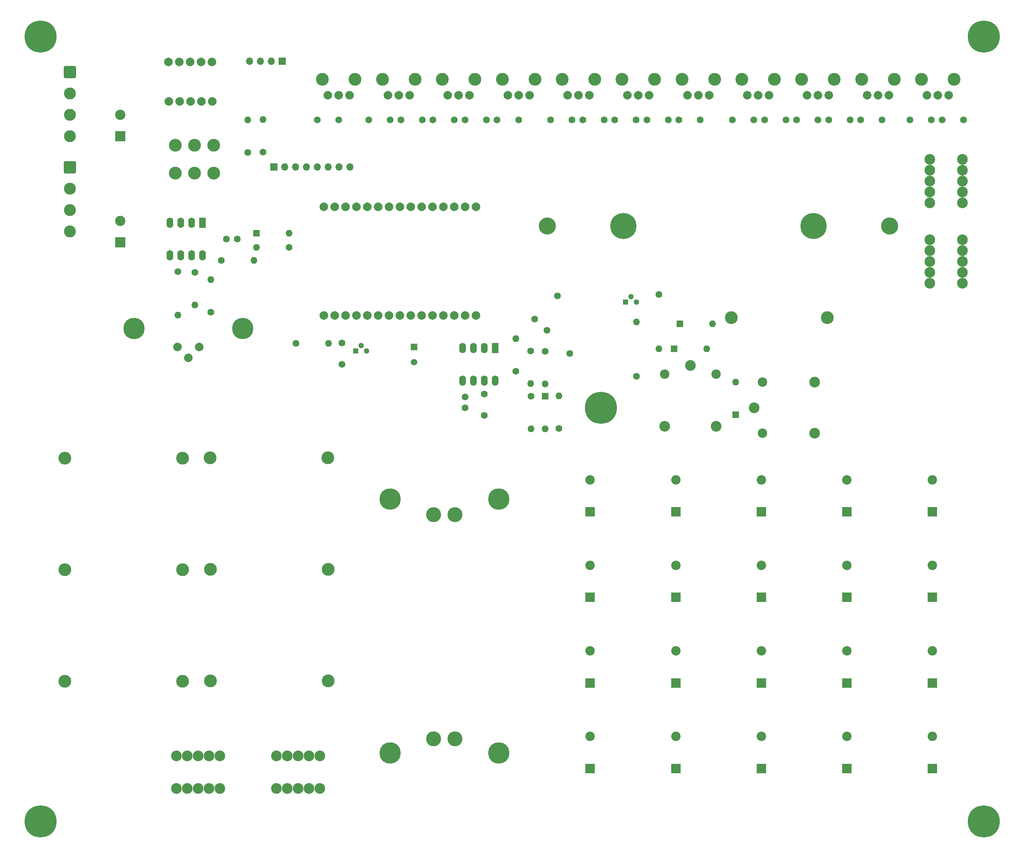
<source format=gbr>
%TF.GenerationSoftware,KiCad,Pcbnew,8.0.8*%
%TF.CreationDate,2025-05-01T12:20:28+01:00*%
%TF.ProjectId,HVPSController,48565053-436f-46e7-9472-6f6c6c65722e,rev?*%
%TF.SameCoordinates,Original*%
%TF.FileFunction,Soldermask,Bot*%
%TF.FilePolarity,Negative*%
%FSLAX46Y46*%
G04 Gerber Fmt 4.6, Leading zero omitted, Abs format (unit mm)*
G04 Created by KiCad (PCBNEW 8.0.8) date 2025-05-01 12:20:28*
%MOMM*%
%LPD*%
G01*
G04 APERTURE LIST*
G04 Aperture macros list*
%AMRoundRect*
0 Rectangle with rounded corners*
0 $1 Rounding radius*
0 $2 $3 $4 $5 $6 $7 $8 $9 X,Y pos of 4 corners*
0 Add a 4 corners polygon primitive as box body*
4,1,4,$2,$3,$4,$5,$6,$7,$8,$9,$2,$3,0*
0 Add four circle primitives for the rounded corners*
1,1,$1+$1,$2,$3*
1,1,$1+$1,$4,$5*
1,1,$1+$1,$6,$7*
1,1,$1+$1,$8,$9*
0 Add four rect primitives between the rounded corners*
20,1,$1+$1,$2,$3,$4,$5,0*
20,1,$1+$1,$4,$5,$6,$7,0*
20,1,$1+$1,$6,$7,$8,$9,0*
20,1,$1+$1,$8,$9,$2,$3,0*%
%AMHorizOval*
0 Thick line with rounded ends*
0 $1 width*
0 $2 $3 position (X,Y) of the first rounded end (center of the circle)*
0 $4 $5 position (X,Y) of the second rounded end (center of the circle)*
0 Add line between two ends*
20,1,$1,$2,$3,$4,$5,0*
0 Add two circle primitives to create the rounded ends*
1,1,$1,$2,$3*
1,1,$1,$4,$5*%
G04 Aperture macros list end*
%ADD10R,1.524000X1.524000*%
%ADD11C,1.524000*%
%ADD12R,2.400000X2.400000*%
%ADD13C,2.400000*%
%ADD14R,1.700000X1.700000*%
%ADD15O,1.700000X1.700000*%
%ADD16C,3.000000*%
%ADD17C,2.000000*%
%ADD18C,1.600000*%
%ADD19O,1.600000X1.600000*%
%ADD20R,2.200000X2.200000*%
%ADD21C,2.200000*%
%ADD22C,7.500000*%
%ADD23C,5.000000*%
%ADD24C,2.500000*%
%ADD25RoundRect,0.250001X-1.149999X1.149999X-1.149999X-1.149999X1.149999X-1.149999X1.149999X1.149999X0*%
%ADD26C,2.800000*%
%ADD27R,1.600000X1.600000*%
%ADD28C,3.500000*%
%ADD29R,1.300000X1.300000*%
%ADD30C,1.300000*%
%ADD31C,4.000000*%
%ADD32C,6.100000*%
%ADD33R,1.600000X2.400000*%
%ADD34O,1.600000X2.400000*%
%ADD35HorizOval,1.600000X0.000000X0.000000X0.000000X0.000000X0*%
%ADD36HorizOval,1.600000X0.000000X0.000000X0.000000X0.000000X0*%
G04 APERTURE END LIST*
D10*
%TO.C,C25*%
X116800000Y-120100000D03*
D11*
X116800000Y-123600000D03*
%TD*%
D12*
%TO.C,C3*%
X48200000Y-95600000D03*
D13*
X48200000Y-90600000D03*
%TD*%
D12*
%TO.C,C2*%
X48200000Y-70800000D03*
D13*
X48200000Y-65800000D03*
%TD*%
D14*
%TO.C,J1*%
X86000000Y-53250000D03*
D15*
X83460000Y-53250000D03*
X80920000Y-53250000D03*
X78380000Y-53250000D03*
%TD*%
D16*
%TO.C,OT1*%
X103060000Y-57500000D03*
X95440000Y-57500000D03*
D17*
X96710000Y-61250000D03*
X99250000Y-61250000D03*
X101790000Y-61250000D03*
%TD*%
D16*
%TO.C,OR2*%
X131060000Y-57500000D03*
X123440000Y-57500000D03*
D17*
X124710000Y-61250000D03*
X127250000Y-61250000D03*
X129790000Y-61250000D03*
%TD*%
D16*
%TO.C,C51*%
X96737436Y-172050000D03*
X69237436Y-172050000D03*
%TD*%
D18*
%TO.C,R17*%
X174100000Y-107750000D03*
D19*
X174100000Y-120450000D03*
%TD*%
D20*
%TO.C,C23*%
X218000000Y-158600000D03*
D21*
X218000000Y-151100000D03*
%TD*%
D16*
%TO.C,OR7*%
X243060000Y-57500000D03*
X235440000Y-57500000D03*
D17*
X236710000Y-61250000D03*
X239250000Y-61250000D03*
X241790000Y-61250000D03*
%TD*%
D20*
%TO.C,C43*%
X218000000Y-218600000D03*
D21*
X218000000Y-211100000D03*
%TD*%
D18*
%TO.C,R11*%
X140600000Y-125710000D03*
D19*
X140600000Y-118090000D03*
%TD*%
D22*
%TO.C,J15*%
X160500000Y-134300000D03*
%TD*%
D16*
%TO.C,S1*%
X61000000Y-72900000D03*
X65500000Y-72900000D03*
X70000000Y-72900000D03*
X61000000Y-79400000D03*
X65500000Y-79400000D03*
X70000000Y-79400000D03*
%TD*%
D17*
%TO.C,U4*%
X61500000Y-120100000D03*
X64040000Y-122600000D03*
X66580000Y-120100000D03*
%TD*%
D18*
%TO.C,R15*%
X89180000Y-119200000D03*
D19*
X96800000Y-119200000D03*
%TD*%
D23*
%TO.C,H2*%
X136600000Y-215000000D03*
X111200000Y-215000000D03*
%TD*%
D16*
%TO.C,OR4*%
X173060000Y-57500000D03*
X165440000Y-57500000D03*
D17*
X166710000Y-61250000D03*
X169250000Y-61250000D03*
X171790000Y-61250000D03*
%TD*%
D18*
%TO.C,C6*%
X106250000Y-67000000D03*
X111250000Y-67000000D03*
%TD*%
D20*
%TO.C,C29*%
X238000000Y-158600000D03*
D21*
X238000000Y-151100000D03*
%TD*%
D24*
%TO.C,J3*%
X84670000Y-215690000D03*
X84670000Y-223310000D03*
X87210000Y-215690000D03*
X87210000Y-223310000D03*
X89750000Y-215690000D03*
X89750000Y-223310000D03*
X92290000Y-215690000D03*
X92290000Y-223310000D03*
X94830000Y-215690000D03*
X94830000Y-223310000D03*
%TD*%
D20*
%TO.C,C44*%
X238000000Y-218600000D03*
D21*
X238000000Y-211100000D03*
%TD*%
D20*
%TO.C,C31*%
X178000000Y-198600000D03*
D21*
X178000000Y-191100000D03*
%TD*%
D18*
%TO.C,R8*%
X144200000Y-131590000D03*
D19*
X144200000Y-139210000D03*
%TD*%
D25*
%TO.C,J7*%
X36400000Y-55800000D03*
D26*
X36400000Y-60800000D03*
X36400000Y-65800000D03*
X36400000Y-70800000D03*
%TD*%
D18*
%TO.C,C1*%
X75540000Y-94800000D03*
X73000000Y-94800000D03*
%TD*%
%TO.C,C8*%
X133750000Y-67000000D03*
X128750000Y-67000000D03*
%TD*%
D16*
%TO.C,F1*%
X213460000Y-113200000D03*
X191000000Y-113200000D03*
%TD*%
D18*
%TO.C,C16*%
X203750000Y-67000000D03*
X198750000Y-67000000D03*
%TD*%
D24*
%TO.C,J5*%
X237380000Y-105120000D03*
X245000000Y-105120000D03*
X237380000Y-102580000D03*
X245000000Y-102580000D03*
X237380000Y-100040000D03*
X245000000Y-100040000D03*
X237380000Y-97500000D03*
X245000000Y-97500000D03*
X237380000Y-94960000D03*
X245000000Y-94960000D03*
%TD*%
D18*
%TO.C,R7*%
X150700000Y-139110000D03*
D19*
X150700000Y-131490000D03*
%TD*%
D20*
%TO.C,C34*%
X238000000Y-198600000D03*
D21*
X238000000Y-191100000D03*
%TD*%
D18*
%TO.C,C19*%
X133215000Y-131100000D03*
X133215000Y-136100000D03*
%TD*%
%TO.C,C45*%
X232750000Y-67000000D03*
X237750000Y-67000000D03*
%TD*%
%TO.C,C17*%
X206250000Y-67000000D03*
X211250000Y-67000000D03*
%TD*%
D20*
%TO.C,C20*%
X158000000Y-158600000D03*
D21*
X158000000Y-151100000D03*
%TD*%
D18*
%TO.C,R1*%
X61600000Y-102420000D03*
D19*
X61600000Y-112580000D03*
%TD*%
D20*
%TO.C,C30*%
X158000000Y-198600000D03*
D21*
X158000000Y-191100000D03*
%TD*%
D27*
%TO.C,D6*%
X178980000Y-114600000D03*
D19*
X186600000Y-114600000D03*
%TD*%
D20*
%TO.C,C37*%
X198000000Y-178600000D03*
D21*
X198000000Y-171100000D03*
%TD*%
%TO.C,U7*%
X187400000Y-126400000D03*
D24*
X181400000Y-124400000D03*
D21*
X175400000Y-126400000D03*
D24*
X175400000Y-138600000D03*
X187400000Y-138600000D03*
%TD*%
D20*
%TO.C,C41*%
X178000000Y-218600000D03*
D21*
X178000000Y-211100000D03*
%TD*%
D22*
%TO.C,J12*%
X29500000Y-231000000D03*
%TD*%
D28*
%TO.C,D8*%
X121400000Y-159300000D03*
X126400000Y-159300000D03*
%TD*%
D29*
%TO.C,U3*%
X103220000Y-120960000D03*
D30*
X104490000Y-119690000D03*
X105760000Y-120960000D03*
%TD*%
D18*
%TO.C,C11*%
X161250000Y-67000000D03*
X156250000Y-67000000D03*
%TD*%
D24*
%TO.C,J6*%
X237380000Y-86370000D03*
X245000000Y-86370000D03*
X237380000Y-83830000D03*
X245000000Y-83830000D03*
X237380000Y-81290000D03*
X245000000Y-81290000D03*
X237380000Y-78750000D03*
X245000000Y-78750000D03*
X237380000Y-76210000D03*
X245000000Y-76210000D03*
%TD*%
D20*
%TO.C,C36*%
X178000000Y-178600000D03*
D21*
X178000000Y-171100000D03*
%TD*%
D27*
%TO.C,D5*%
X177590000Y-120500000D03*
D19*
X185210000Y-120500000D03*
%TD*%
D14*
%TO.C,J2*%
X84025000Y-77950000D03*
D15*
X86565000Y-77950000D03*
X89105000Y-77950000D03*
X91645000Y-77950000D03*
X94185000Y-77950000D03*
X96725000Y-77950000D03*
X99265000Y-77950000D03*
X101805000Y-77950000D03*
%TD*%
D18*
%TO.C,C27*%
X226250000Y-67000000D03*
X221250000Y-67000000D03*
%TD*%
D22*
%TO.C,J11*%
X29500000Y-47500000D03*
%TD*%
D16*
%TO.C,OR6*%
X215060000Y-57500000D03*
X207440000Y-57500000D03*
D17*
X208710000Y-61250000D03*
X211250000Y-61250000D03*
X213790000Y-61250000D03*
%TD*%
D18*
%TO.C,C5*%
X118750000Y-67000000D03*
X113750000Y-67000000D03*
%TD*%
D16*
%TO.C,C50*%
X96737436Y-198150000D03*
X69237436Y-198150000D03*
%TD*%
D22*
%TO.C,J13*%
X250000000Y-231000000D03*
%TD*%
D20*
%TO.C,C32*%
X198000000Y-198600000D03*
D21*
X198000000Y-191100000D03*
%TD*%
D16*
%TO.C,OT2*%
X145060000Y-57500000D03*
X137440000Y-57500000D03*
D17*
X138710000Y-61250000D03*
X141250000Y-61250000D03*
X143790000Y-61250000D03*
%TD*%
D20*
%TO.C,C35*%
X158000000Y-178600000D03*
D21*
X158000000Y-171100000D03*
%TD*%
D19*
%TO.C,R3*%
X79410000Y-99800000D03*
D18*
X71790000Y-99800000D03*
%TD*%
D20*
%TO.C,C21*%
X178000000Y-158600000D03*
D21*
X178000000Y-151100000D03*
%TD*%
D16*
%TO.C,C49*%
X62737436Y-198250000D03*
X35237436Y-198250000D03*
%TD*%
D31*
%TO.C,R4*%
X148000000Y-91750000D03*
X228000000Y-91750000D03*
D32*
X210250000Y-91750000D03*
X165750000Y-91750000D03*
%TD*%
D18*
%TO.C,C9*%
X141250000Y-67000000D03*
X136250000Y-67000000D03*
%TD*%
D20*
%TO.C,C39*%
X238000000Y-178600000D03*
D21*
X238000000Y-171100000D03*
%TD*%
D28*
%TO.C,D1*%
X126400000Y-211675000D03*
X121400000Y-211675000D03*
%TD*%
D17*
%TO.C,J9*%
X59480000Y-62650000D03*
X62020000Y-62650000D03*
X64560000Y-62650000D03*
X67100000Y-62650000D03*
X69640000Y-62650000D03*
%TD*%
D20*
%TO.C,C38*%
X218000000Y-178600000D03*
D21*
X218000000Y-171100000D03*
%TD*%
D29*
%TO.C,U5*%
X166230000Y-109560000D03*
D30*
X167500000Y-108290000D03*
X168770000Y-109560000D03*
%TD*%
D16*
%TO.C,C47*%
X62737436Y-146050000D03*
X35237436Y-146050000D03*
%TD*%
D18*
%TO.C,R10*%
X144100000Y-120990000D03*
D19*
X144100000Y-128610000D03*
%TD*%
D17*
%TO.C,X1*%
X95750000Y-112700000D03*
X98290000Y-112700000D03*
X100830000Y-112700000D03*
X103370000Y-112700000D03*
X105910000Y-112700000D03*
X108450000Y-112700000D03*
X110990000Y-112700000D03*
X113530000Y-112700000D03*
X116070000Y-112700000D03*
X118610000Y-112700000D03*
X121150000Y-112700000D03*
X123690000Y-112700000D03*
X126230000Y-112700000D03*
X128770000Y-112700000D03*
X131310000Y-112700000D03*
X131310000Y-87300000D03*
X128770000Y-87300000D03*
X126230000Y-87300000D03*
X123690000Y-87300000D03*
X121150000Y-87300000D03*
X118610000Y-87300000D03*
X116070000Y-87300000D03*
X113530000Y-87300000D03*
X110990000Y-87300000D03*
X108450000Y-87300000D03*
X105910000Y-87300000D03*
X103370000Y-87300000D03*
X100830000Y-87300000D03*
X98290000Y-87300000D03*
X95750000Y-87300000D03*
%TD*%
%TO.C,J10*%
X69560000Y-53400000D03*
X67020000Y-53400000D03*
X64480000Y-53400000D03*
X61940000Y-53400000D03*
X59400000Y-53400000D03*
%TD*%
D18*
%TO.C,R5*%
X168800000Y-126900000D03*
D19*
X168800000Y-114200000D03*
%TD*%
D20*
%TO.C,C22*%
X198000000Y-158600000D03*
D21*
X198000000Y-151100000D03*
%TD*%
D20*
%TO.C,C40*%
X158000000Y-218600000D03*
D21*
X158000000Y-211100000D03*
%TD*%
D33*
%TO.C,U2*%
X135780000Y-120280000D03*
D34*
X133240000Y-120280000D03*
X130700000Y-120280000D03*
X128160000Y-120280000D03*
X128160000Y-127900000D03*
X130700000Y-127900000D03*
X133240000Y-127900000D03*
X135780000Y-127900000D03*
%TD*%
D18*
%TO.C,R19*%
X78000000Y-74560000D03*
D19*
X78000000Y-66940000D03*
%TD*%
D18*
%TO.C,R16*%
X145000000Y-113500000D03*
D35*
X150388154Y-108111846D03*
%TD*%
D18*
%TO.C,R18*%
X81500000Y-74500000D03*
D19*
X81500000Y-66880000D03*
%TD*%
D23*
%TO.C,H1*%
X111200000Y-155600000D03*
X136600000Y-155600000D03*
%TD*%
D18*
%TO.C,C13*%
X176250000Y-67000000D03*
X171250000Y-67000000D03*
%TD*%
D16*
%TO.C,OR1*%
X117060000Y-57500000D03*
X109440000Y-57500000D03*
D17*
X110710000Y-61250000D03*
X113250000Y-61250000D03*
X115790000Y-61250000D03*
%TD*%
D18*
%TO.C,C4*%
X99250000Y-67000000D03*
X94250000Y-67000000D03*
%TD*%
%TO.C,R13*%
X87610000Y-96800000D03*
D19*
X79990000Y-96800000D03*
%TD*%
D24*
%TO.C,J4*%
X61250000Y-215690000D03*
X61250000Y-223310000D03*
X63790000Y-215690000D03*
X63790000Y-223310000D03*
X66330000Y-215690000D03*
X66330000Y-223310000D03*
X68870000Y-215690000D03*
X68870000Y-223310000D03*
X71410000Y-215690000D03*
X71410000Y-223310000D03*
%TD*%
D18*
%TO.C,C7*%
X121250000Y-67000000D03*
X126250000Y-67000000D03*
%TD*%
D16*
%TO.C,C48*%
X62737436Y-172150000D03*
X35237436Y-172150000D03*
%TD*%
D18*
%TO.C,R2*%
X69300000Y-111910000D03*
D19*
X69300000Y-104290000D03*
%TD*%
D33*
%TO.C,U1*%
X67410000Y-91000000D03*
D34*
X64870000Y-91000000D03*
X62330000Y-91000000D03*
X59790000Y-91000000D03*
X59790000Y-98620000D03*
X62330000Y-98620000D03*
X64870000Y-98620000D03*
X67410000Y-98620000D03*
%TD*%
D18*
%TO.C,C24*%
X99990000Y-119100000D03*
X99990000Y-124100000D03*
%TD*%
%TO.C,C15*%
X191250000Y-67000000D03*
X196250000Y-67000000D03*
%TD*%
%TO.C,R6*%
X147880000Y-116190000D03*
D36*
X153268154Y-121578154D03*
%TD*%
D18*
%TO.C,R12*%
X147500000Y-121090000D03*
D19*
X147500000Y-128710000D03*
%TD*%
D18*
%TO.C,C10*%
X148750000Y-67000000D03*
X153750000Y-67000000D03*
%TD*%
D27*
%TO.C,D3*%
X147500000Y-131580000D03*
D19*
X147500000Y-139200000D03*
%TD*%
D16*
%TO.C,OT4*%
X229060000Y-57500000D03*
X221440000Y-57500000D03*
D17*
X222710000Y-61250000D03*
X225250000Y-61250000D03*
X227790000Y-61250000D03*
%TD*%
D16*
%TO.C,C52*%
X96687436Y-146000000D03*
X69187436Y-146000000D03*
%TD*%
D18*
%TO.C,C12*%
X163750000Y-67000000D03*
X168750000Y-67000000D03*
%TD*%
D21*
%TO.C,U6*%
X198300000Y-128250000D03*
D24*
X196300000Y-134250000D03*
D21*
X198300000Y-140250000D03*
D24*
X210500000Y-140250000D03*
X210500000Y-128250000D03*
%TD*%
D18*
%TO.C,C46*%
X245250000Y-67000000D03*
X240250000Y-67000000D03*
%TD*%
D22*
%TO.C,J14*%
X250000000Y-47500000D03*
%TD*%
D16*
%TO.C,OR3*%
X159060000Y-57500000D03*
X151440000Y-57500000D03*
D17*
X152710000Y-61250000D03*
X155250000Y-61250000D03*
X157790000Y-61250000D03*
%TD*%
D18*
%TO.C,C28*%
X128800000Y-131760000D03*
X128800000Y-134300000D03*
%TD*%
D27*
%TO.C,D4*%
X192000000Y-135910000D03*
D19*
X192000000Y-128290000D03*
%TD*%
D18*
%TO.C,R14*%
X65600000Y-102590000D03*
D19*
X65600000Y-110210000D03*
%TD*%
D18*
%TO.C,C14*%
X183750000Y-67000000D03*
X178750000Y-67000000D03*
%TD*%
D20*
%TO.C,C42*%
X198000000Y-218600000D03*
D21*
X198000000Y-211100000D03*
%TD*%
D16*
%TO.C,OT3*%
X187060000Y-57500000D03*
X179440000Y-57500000D03*
D17*
X180710000Y-61250000D03*
X183250000Y-61250000D03*
X185790000Y-61250000D03*
%TD*%
D25*
%TO.C,J8*%
X36400000Y-78050000D03*
D26*
X36400000Y-83050000D03*
X36400000Y-88050000D03*
X36400000Y-93050000D03*
%TD*%
D16*
%TO.C,OR5*%
X201060000Y-57500000D03*
X193440000Y-57500000D03*
D17*
X194710000Y-61250000D03*
X197250000Y-61250000D03*
X199790000Y-61250000D03*
%TD*%
D27*
%TO.C,D2*%
X79990000Y-93500000D03*
D19*
X87610000Y-93500000D03*
%TD*%
D23*
%TO.C,H5*%
X51340000Y-115750000D03*
X76740000Y-115750000D03*
%TD*%
D18*
%TO.C,C18*%
X218750000Y-67000000D03*
X213750000Y-67000000D03*
%TD*%
D20*
%TO.C,C33*%
X218000000Y-198600000D03*
D21*
X218000000Y-191100000D03*
%TD*%
M02*

</source>
